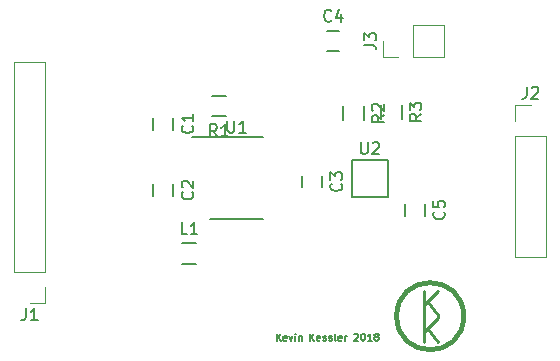
<source format=gto>
%TF.GenerationSoftware,KiCad,Pcbnew,4.0.7*%
%TF.CreationDate,2018-04-09T00:36:22-04:00*%
%TF.ProjectId,TemperatureHumidityEPD,54656D706572617475726548756D6964,rev?*%
%TF.FileFunction,Legend,Top*%
%FSLAX46Y46*%
G04 Gerber Fmt 4.6, Leading zero omitted, Abs format (unit mm)*
G04 Created by KiCad (PCBNEW 4.0.7) date Monday, 09 April 2018 'AMt' 00:36:22*
%MOMM*%
%LPD*%
G01*
G04 APERTURE LIST*
%ADD10C,0.127000*%
%ADD11C,0.150000*%
%ADD12C,0.120000*%
%ADD13C,0.254000*%
%ADD14C,0.444500*%
G04 APERTURE END LIST*
D10*
X123699999Y-110371429D02*
X123699999Y-109771429D01*
X124042856Y-110371429D02*
X123785713Y-110028571D01*
X124042856Y-109771429D02*
X123699999Y-110114286D01*
X124528571Y-110342857D02*
X124471428Y-110371429D01*
X124357142Y-110371429D01*
X124299999Y-110342857D01*
X124271428Y-110285714D01*
X124271428Y-110057143D01*
X124299999Y-110000000D01*
X124357142Y-109971429D01*
X124471428Y-109971429D01*
X124528571Y-110000000D01*
X124557142Y-110057143D01*
X124557142Y-110114286D01*
X124271428Y-110171429D01*
X124757142Y-109971429D02*
X124899999Y-110371429D01*
X125042857Y-109971429D01*
X125271428Y-110371429D02*
X125271428Y-109971429D01*
X125271428Y-109771429D02*
X125242857Y-109800000D01*
X125271428Y-109828571D01*
X125300000Y-109800000D01*
X125271428Y-109771429D01*
X125271428Y-109828571D01*
X125557142Y-109971429D02*
X125557142Y-110371429D01*
X125557142Y-110028571D02*
X125585714Y-110000000D01*
X125642856Y-109971429D01*
X125728571Y-109971429D01*
X125785714Y-110000000D01*
X125814285Y-110057143D01*
X125814285Y-110371429D01*
X126557142Y-110371429D02*
X126557142Y-109771429D01*
X126899999Y-110371429D02*
X126642856Y-110028571D01*
X126899999Y-109771429D02*
X126557142Y-110114286D01*
X127385714Y-110342857D02*
X127328571Y-110371429D01*
X127214285Y-110371429D01*
X127157142Y-110342857D01*
X127128571Y-110285714D01*
X127128571Y-110057143D01*
X127157142Y-110000000D01*
X127214285Y-109971429D01*
X127328571Y-109971429D01*
X127385714Y-110000000D01*
X127414285Y-110057143D01*
X127414285Y-110114286D01*
X127128571Y-110171429D01*
X127642857Y-110342857D02*
X127700000Y-110371429D01*
X127814285Y-110371429D01*
X127871428Y-110342857D01*
X127900000Y-110285714D01*
X127900000Y-110257143D01*
X127871428Y-110200000D01*
X127814285Y-110171429D01*
X127728571Y-110171429D01*
X127671428Y-110142857D01*
X127642857Y-110085714D01*
X127642857Y-110057143D01*
X127671428Y-110000000D01*
X127728571Y-109971429D01*
X127814285Y-109971429D01*
X127871428Y-110000000D01*
X128128571Y-110342857D02*
X128185714Y-110371429D01*
X128299999Y-110371429D01*
X128357142Y-110342857D01*
X128385714Y-110285714D01*
X128385714Y-110257143D01*
X128357142Y-110200000D01*
X128299999Y-110171429D01*
X128214285Y-110171429D01*
X128157142Y-110142857D01*
X128128571Y-110085714D01*
X128128571Y-110057143D01*
X128157142Y-110000000D01*
X128214285Y-109971429D01*
X128299999Y-109971429D01*
X128357142Y-110000000D01*
X128728570Y-110371429D02*
X128671428Y-110342857D01*
X128642856Y-110285714D01*
X128642856Y-109771429D01*
X129185714Y-110342857D02*
X129128571Y-110371429D01*
X129014285Y-110371429D01*
X128957142Y-110342857D01*
X128928571Y-110285714D01*
X128928571Y-110057143D01*
X128957142Y-110000000D01*
X129014285Y-109971429D01*
X129128571Y-109971429D01*
X129185714Y-110000000D01*
X129214285Y-110057143D01*
X129214285Y-110114286D01*
X128928571Y-110171429D01*
X129471428Y-110371429D02*
X129471428Y-109971429D01*
X129471428Y-110085714D02*
X129500000Y-110028571D01*
X129528571Y-110000000D01*
X129585714Y-109971429D01*
X129642857Y-109971429D01*
X130271429Y-109828571D02*
X130300000Y-109800000D01*
X130357143Y-109771429D01*
X130500000Y-109771429D01*
X130557143Y-109800000D01*
X130585714Y-109828571D01*
X130614286Y-109885714D01*
X130614286Y-109942857D01*
X130585714Y-110028571D01*
X130242857Y-110371429D01*
X130614286Y-110371429D01*
X130985715Y-109771429D02*
X131042858Y-109771429D01*
X131100001Y-109800000D01*
X131128572Y-109828571D01*
X131157143Y-109885714D01*
X131185715Y-110000000D01*
X131185715Y-110142857D01*
X131157143Y-110257143D01*
X131128572Y-110314286D01*
X131100001Y-110342857D01*
X131042858Y-110371429D01*
X130985715Y-110371429D01*
X130928572Y-110342857D01*
X130900001Y-110314286D01*
X130871429Y-110257143D01*
X130842858Y-110142857D01*
X130842858Y-110000000D01*
X130871429Y-109885714D01*
X130900001Y-109828571D01*
X130928572Y-109800000D01*
X130985715Y-109771429D01*
X131757144Y-110371429D02*
X131414287Y-110371429D01*
X131585715Y-110371429D02*
X131585715Y-109771429D01*
X131528572Y-109857143D01*
X131471430Y-109914286D01*
X131414287Y-109942857D01*
X132100001Y-110028571D02*
X132042859Y-110000000D01*
X132014287Y-109971429D01*
X131985716Y-109914286D01*
X131985716Y-109885714D01*
X132014287Y-109828571D01*
X132042859Y-109800000D01*
X132100001Y-109771429D01*
X132214287Y-109771429D01*
X132271430Y-109800000D01*
X132300001Y-109828571D01*
X132328573Y-109885714D01*
X132328573Y-109914286D01*
X132300001Y-109971429D01*
X132271430Y-110000000D01*
X132214287Y-110028571D01*
X132100001Y-110028571D01*
X132042859Y-110057143D01*
X132014287Y-110085714D01*
X131985716Y-110142857D01*
X131985716Y-110257143D01*
X132014287Y-110314286D01*
X132042859Y-110342857D01*
X132100001Y-110371429D01*
X132214287Y-110371429D01*
X132271430Y-110342857D01*
X132300001Y-110314286D01*
X132328573Y-110257143D01*
X132328573Y-110142857D01*
X132300001Y-110085714D01*
X132271430Y-110057143D01*
X132214287Y-110028571D01*
D11*
X130100000Y-95100000D02*
X133100000Y-95100000D01*
X130100000Y-98200000D02*
X130100000Y-95100000D01*
X133100000Y-98200000D02*
X130100000Y-98200000D01*
X133100000Y-95100000D02*
X133100000Y-98200000D01*
X114950000Y-92500000D02*
X114950000Y-91500000D01*
X113250000Y-91500000D02*
X113250000Y-92500000D01*
X114950000Y-98100000D02*
X114950000Y-97100000D01*
X113250000Y-97100000D02*
X113250000Y-98100000D01*
X127550000Y-97400000D02*
X127550000Y-96400000D01*
X125850000Y-96400000D02*
X125850000Y-97400000D01*
X129000000Y-84150000D02*
X128000000Y-84150000D01*
X128000000Y-85850000D02*
X129000000Y-85850000D01*
X136250000Y-99800000D02*
X136250000Y-98800000D01*
X134550000Y-98800000D02*
X134550000Y-99800000D01*
D12*
X104130000Y-86750000D02*
X101470000Y-86750000D01*
X104130000Y-104590000D02*
X104130000Y-86750000D01*
X101470000Y-104590000D02*
X101470000Y-86750000D01*
X104130000Y-104590000D02*
X101470000Y-104590000D01*
X104130000Y-105860000D02*
X104130000Y-107190000D01*
X104130000Y-107190000D02*
X102800000Y-107190000D01*
X143870000Y-103250000D02*
X146530000Y-103250000D01*
X143870000Y-93030000D02*
X143870000Y-103250000D01*
X146530000Y-93030000D02*
X146530000Y-103250000D01*
X143870000Y-93030000D02*
X146530000Y-93030000D01*
X143870000Y-91760000D02*
X143870000Y-90430000D01*
X143870000Y-90430000D02*
X145200000Y-90430000D01*
X137870000Y-86330000D02*
X137870000Y-83670000D01*
X135270000Y-86330000D02*
X137870000Y-86330000D01*
X135270000Y-83670000D02*
X137870000Y-83670000D01*
X135270000Y-86330000D02*
X135270000Y-83670000D01*
X134000000Y-86330000D02*
X132670000Y-86330000D01*
X132670000Y-86330000D02*
X132670000Y-85000000D01*
D11*
X116900000Y-103875000D02*
X115700000Y-103875000D01*
X115700000Y-102125000D02*
X116900000Y-102125000D01*
X118200000Y-89625000D02*
X119400000Y-89625000D01*
X119400000Y-91375000D02*
X118200000Y-91375000D01*
X129325000Y-91700000D02*
X129325000Y-90500000D01*
X131075000Y-90500000D02*
X131075000Y-91700000D01*
X132525000Y-91600000D02*
X132525000Y-90400000D01*
X134275000Y-90400000D02*
X134275000Y-91600000D01*
X118075000Y-100050000D02*
X122525000Y-100050000D01*
X116550000Y-93150000D02*
X122525000Y-93150000D01*
D13*
X137335000Y-108173000D02*
X137335000Y-108427000D01*
X136166600Y-107919000D02*
X136166600Y-108427000D01*
D14*
X139539806Y-108300000D02*
G75*
G03X139539806Y-108300000I-2839806J0D01*
G01*
D11*
X130838095Y-93552381D02*
X130838095Y-94361905D01*
X130885714Y-94457143D01*
X130933333Y-94504762D01*
X131028571Y-94552381D01*
X131219048Y-94552381D01*
X131314286Y-94504762D01*
X131361905Y-94457143D01*
X131409524Y-94361905D01*
X131409524Y-93552381D01*
X131838095Y-93647619D02*
X131885714Y-93600000D01*
X131980952Y-93552381D01*
X132219048Y-93552381D01*
X132314286Y-93600000D01*
X132361905Y-93647619D01*
X132409524Y-93742857D01*
X132409524Y-93838095D01*
X132361905Y-93980952D01*
X131790476Y-94552381D01*
X132409524Y-94552381D01*
X116557143Y-92166666D02*
X116604762Y-92214285D01*
X116652381Y-92357142D01*
X116652381Y-92452380D01*
X116604762Y-92595238D01*
X116509524Y-92690476D01*
X116414286Y-92738095D01*
X116223810Y-92785714D01*
X116080952Y-92785714D01*
X115890476Y-92738095D01*
X115795238Y-92690476D01*
X115700000Y-92595238D01*
X115652381Y-92452380D01*
X115652381Y-92357142D01*
X115700000Y-92214285D01*
X115747619Y-92166666D01*
X116652381Y-91214285D02*
X116652381Y-91785714D01*
X116652381Y-91500000D02*
X115652381Y-91500000D01*
X115795238Y-91595238D01*
X115890476Y-91690476D01*
X115938095Y-91785714D01*
X116557143Y-97766666D02*
X116604762Y-97814285D01*
X116652381Y-97957142D01*
X116652381Y-98052380D01*
X116604762Y-98195238D01*
X116509524Y-98290476D01*
X116414286Y-98338095D01*
X116223810Y-98385714D01*
X116080952Y-98385714D01*
X115890476Y-98338095D01*
X115795238Y-98290476D01*
X115700000Y-98195238D01*
X115652381Y-98052380D01*
X115652381Y-97957142D01*
X115700000Y-97814285D01*
X115747619Y-97766666D01*
X115747619Y-97385714D02*
X115700000Y-97338095D01*
X115652381Y-97242857D01*
X115652381Y-97004761D01*
X115700000Y-96909523D01*
X115747619Y-96861904D01*
X115842857Y-96814285D01*
X115938095Y-96814285D01*
X116080952Y-96861904D01*
X116652381Y-97433333D01*
X116652381Y-96814285D01*
X129157143Y-97066666D02*
X129204762Y-97114285D01*
X129252381Y-97257142D01*
X129252381Y-97352380D01*
X129204762Y-97495238D01*
X129109524Y-97590476D01*
X129014286Y-97638095D01*
X128823810Y-97685714D01*
X128680952Y-97685714D01*
X128490476Y-97638095D01*
X128395238Y-97590476D01*
X128300000Y-97495238D01*
X128252381Y-97352380D01*
X128252381Y-97257142D01*
X128300000Y-97114285D01*
X128347619Y-97066666D01*
X128252381Y-96733333D02*
X128252381Y-96114285D01*
X128633333Y-96447619D01*
X128633333Y-96304761D01*
X128680952Y-96209523D01*
X128728571Y-96161904D01*
X128823810Y-96114285D01*
X129061905Y-96114285D01*
X129157143Y-96161904D01*
X129204762Y-96209523D01*
X129252381Y-96304761D01*
X129252381Y-96590476D01*
X129204762Y-96685714D01*
X129157143Y-96733333D01*
X128333334Y-83257143D02*
X128285715Y-83304762D01*
X128142858Y-83352381D01*
X128047620Y-83352381D01*
X127904762Y-83304762D01*
X127809524Y-83209524D01*
X127761905Y-83114286D01*
X127714286Y-82923810D01*
X127714286Y-82780952D01*
X127761905Y-82590476D01*
X127809524Y-82495238D01*
X127904762Y-82400000D01*
X128047620Y-82352381D01*
X128142858Y-82352381D01*
X128285715Y-82400000D01*
X128333334Y-82447619D01*
X129190477Y-82685714D02*
X129190477Y-83352381D01*
X128952381Y-82304762D02*
X128714286Y-83019048D01*
X129333334Y-83019048D01*
X137857143Y-99466666D02*
X137904762Y-99514285D01*
X137952381Y-99657142D01*
X137952381Y-99752380D01*
X137904762Y-99895238D01*
X137809524Y-99990476D01*
X137714286Y-100038095D01*
X137523810Y-100085714D01*
X137380952Y-100085714D01*
X137190476Y-100038095D01*
X137095238Y-99990476D01*
X137000000Y-99895238D01*
X136952381Y-99752380D01*
X136952381Y-99657142D01*
X137000000Y-99514285D01*
X137047619Y-99466666D01*
X136952381Y-98561904D02*
X136952381Y-99038095D01*
X137428571Y-99085714D01*
X137380952Y-99038095D01*
X137333333Y-98942857D01*
X137333333Y-98704761D01*
X137380952Y-98609523D01*
X137428571Y-98561904D01*
X137523810Y-98514285D01*
X137761905Y-98514285D01*
X137857143Y-98561904D01*
X137904762Y-98609523D01*
X137952381Y-98704761D01*
X137952381Y-98942857D01*
X137904762Y-99038095D01*
X137857143Y-99085714D01*
X102466667Y-107642381D02*
X102466667Y-108356667D01*
X102419047Y-108499524D01*
X102323809Y-108594762D01*
X102180952Y-108642381D01*
X102085714Y-108642381D01*
X103466667Y-108642381D02*
X102895238Y-108642381D01*
X103180952Y-108642381D02*
X103180952Y-107642381D01*
X103085714Y-107785238D01*
X102990476Y-107880476D01*
X102895238Y-107928095D01*
X144866667Y-88882381D02*
X144866667Y-89596667D01*
X144819047Y-89739524D01*
X144723809Y-89834762D01*
X144580952Y-89882381D01*
X144485714Y-89882381D01*
X145295238Y-88977619D02*
X145342857Y-88930000D01*
X145438095Y-88882381D01*
X145676191Y-88882381D01*
X145771429Y-88930000D01*
X145819048Y-88977619D01*
X145866667Y-89072857D01*
X145866667Y-89168095D01*
X145819048Y-89310952D01*
X145247619Y-89882381D01*
X145866667Y-89882381D01*
X131122381Y-85333333D02*
X131836667Y-85333333D01*
X131979524Y-85380953D01*
X132074762Y-85476191D01*
X132122381Y-85619048D01*
X132122381Y-85714286D01*
X131122381Y-84952381D02*
X131122381Y-84333333D01*
X131503333Y-84666667D01*
X131503333Y-84523809D01*
X131550952Y-84428571D01*
X131598571Y-84380952D01*
X131693810Y-84333333D01*
X131931905Y-84333333D01*
X132027143Y-84380952D01*
X132074762Y-84428571D01*
X132122381Y-84523809D01*
X132122381Y-84809524D01*
X132074762Y-84904762D01*
X132027143Y-84952381D01*
X116133334Y-101352381D02*
X115657143Y-101352381D01*
X115657143Y-100352381D01*
X116990477Y-101352381D02*
X116419048Y-101352381D01*
X116704762Y-101352381D02*
X116704762Y-100352381D01*
X116609524Y-100495238D01*
X116514286Y-100590476D01*
X116419048Y-100638095D01*
X118633334Y-93052381D02*
X118300000Y-92576190D01*
X118061905Y-93052381D02*
X118061905Y-92052381D01*
X118442858Y-92052381D01*
X118538096Y-92100000D01*
X118585715Y-92147619D01*
X118633334Y-92242857D01*
X118633334Y-92385714D01*
X118585715Y-92480952D01*
X118538096Y-92528571D01*
X118442858Y-92576190D01*
X118061905Y-92576190D01*
X119585715Y-93052381D02*
X119014286Y-93052381D01*
X119300000Y-93052381D02*
X119300000Y-92052381D01*
X119204762Y-92195238D01*
X119109524Y-92290476D01*
X119014286Y-92338095D01*
X132752381Y-91266666D02*
X132276190Y-91600000D01*
X132752381Y-91838095D02*
X131752381Y-91838095D01*
X131752381Y-91457142D01*
X131800000Y-91361904D01*
X131847619Y-91314285D01*
X131942857Y-91266666D01*
X132085714Y-91266666D01*
X132180952Y-91314285D01*
X132228571Y-91361904D01*
X132276190Y-91457142D01*
X132276190Y-91838095D01*
X131847619Y-90885714D02*
X131800000Y-90838095D01*
X131752381Y-90742857D01*
X131752381Y-90504761D01*
X131800000Y-90409523D01*
X131847619Y-90361904D01*
X131942857Y-90314285D01*
X132038095Y-90314285D01*
X132180952Y-90361904D01*
X132752381Y-90933333D01*
X132752381Y-90314285D01*
X135952381Y-91166666D02*
X135476190Y-91500000D01*
X135952381Y-91738095D02*
X134952381Y-91738095D01*
X134952381Y-91357142D01*
X135000000Y-91261904D01*
X135047619Y-91214285D01*
X135142857Y-91166666D01*
X135285714Y-91166666D01*
X135380952Y-91214285D01*
X135428571Y-91261904D01*
X135476190Y-91357142D01*
X135476190Y-91738095D01*
X134952381Y-90833333D02*
X134952381Y-90214285D01*
X135333333Y-90547619D01*
X135333333Y-90404761D01*
X135380952Y-90309523D01*
X135428571Y-90261904D01*
X135523810Y-90214285D01*
X135761905Y-90214285D01*
X135857143Y-90261904D01*
X135904762Y-90309523D01*
X135952381Y-90404761D01*
X135952381Y-90690476D01*
X135904762Y-90785714D01*
X135857143Y-90833333D01*
X119538095Y-91752381D02*
X119538095Y-92561905D01*
X119585714Y-92657143D01*
X119633333Y-92704762D01*
X119728571Y-92752381D01*
X119919048Y-92752381D01*
X120014286Y-92704762D01*
X120061905Y-92657143D01*
X120109524Y-92561905D01*
X120109524Y-91752381D01*
X121109524Y-92752381D02*
X120538095Y-92752381D01*
X120823809Y-92752381D02*
X120823809Y-91752381D01*
X120728571Y-91895238D01*
X120633333Y-91990476D01*
X120538095Y-92038095D01*
D13*
X136167810Y-108203238D02*
X136167810Y-106171238D01*
X137328952Y-108203238D02*
X136458095Y-107042095D01*
X137328952Y-106171238D02*
X136167810Y-107332381D01*
X136167810Y-110489238D02*
X136167810Y-108457238D01*
X137328952Y-110489238D02*
X136458095Y-109328095D01*
X137328952Y-108457238D02*
X136167810Y-109618381D01*
M02*

</source>
